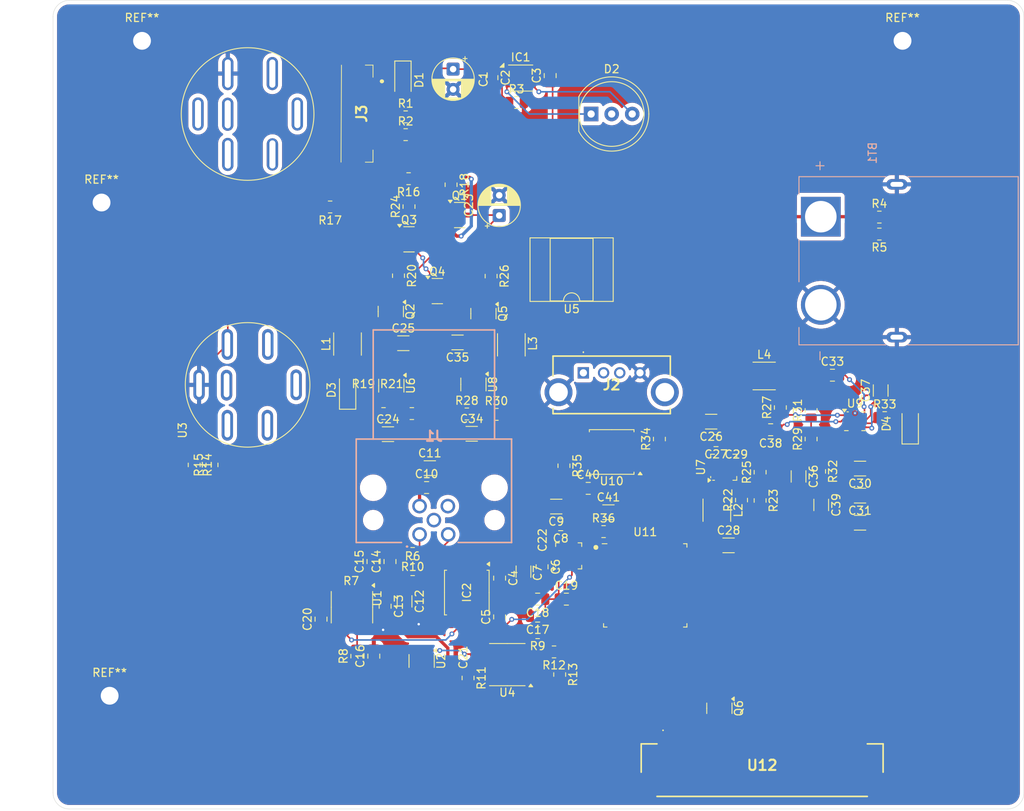
<source format=kicad_pcb>
(kicad_pcb (version 20241229) (generator "pcbnew") (generator_version "9.0")
  (layers (0 "F.Cu" signal) (2 "B.Cu" signal) (13 "F.Paste" user) (15 "B.Paste" user) (5 "F.SilkS" user "F.Silkscreen") (7 "B.SilkS" user "B.Silkscreen") (1 "F.Mask" user) (3 "B.Mask" user) (25 "Edge.Cuts" user))
  (net 0 "")
  (net 1 "/Battery Management/VBUS")
  (net 2 "GND")
  (net 3 "Net-(IC2-NR)")
  (net 4 "Net-(IC2-OUTF)")
  (net 5 "+5V5")
  (net 6 "+3V3")
  (net 7 "+10V")
  (net 8 "Net-(U1-+)")
  (net 9 "Net-(U1--)")
  (net 10 "Net-(U2-+)")
  (net 11 "Net-(U3-AINP)")
  (net 12 "Net-(U1-Vs-)")
  (net 13 "Net-(U4-P0W)")
  (net 14 "Net-(U2--)")
  (net 15 "Net-(U3-CAPA)")
  (net 16 "Net-(U3-CAPD)")
  (net 17 "Net-(Q1-D)")
  (net 18 "Net-(Q2-D)")
  (net 19 "Net-(U7-SS{slash}TR)")
  (net 20 "Net-(U9-GND)")
  (net 21 "Net-(U9-BOOT)")
  (net 22 "Net-(D4-A)")
  (net 23 "Net-(Q5-D)")
  (net 24 "Net-(U9-COMP)")
  (net 25 "Net-(U9-VCC)")
  (net 26 "Net-(C39-Pad1)")
  (net 27 "Net-(D2-K1)")
  (net 28 "Net-(D2-K2)")
  (net 29 "Net-(D3-A)")
  (net 30 "Net-(IC1-PROG)")
  (net 33 "/Measurement Chain/S+")
  (net 34 "/Processing, Memory and Display/ID")
  (net 35 "/Measurement Chain/S-")
  (net 36 "/Processing, Memory and Display/D+")
  (net 37 "/Processing, Memory and Display/D-")
  (net 38 "/Battery Management/CC1")
  (net 39 "/Battery Management/CC2")
  (net 40 "Net-(L2-Pad1)")
  (net 41 "Net-(U8-SW)")
  (net 42 "Net-(Q1-G)")
  (net 43 "Net-(Q2-G)")
  (net 44 "/Power Managment/SEL_5V{slash}10V")
  (net 45 "Net-(Q4-D)")
  (net 46 "Net-(Q6-G)")
  (net 47 "Net-(Q6-D)")
  (net 48 "/Battery Management/BAT_Monitor")
  (net 49 "V_BAT")
  (net 50 "Net-(R7-Pad1)")
  (net 51 "Net-(R7-Pad2)")
  (net 52 "Net-(R8-Pad2)")
  (net 53 "/Measurement Chain/POT_SDA")
  (net 54 "/Measurement Chain/POT_SCL")
  (net 55 "/Power Managment/ON{slash}OFF")
  (net 56 "/Power Managment/PWR_Button")
  (net 57 "Net-(U6-FB)")
  (net 58 "Net-(U7-PG)")
  (net 59 "Net-(U7-FB)")
  (net 60 "Net-(U9-FSW)")
  (net 61 "Net-(U8-FB)")
  (net 62 "Net-(U9-FB)")
  (net 63 "Net-(U9-ILIM)")
  (net 64 "Net-(U10-~{WP}{slash}IO_{2})")
  (net 65 "Net-(U10-~{HOLD}{slash}~{RESET}{slash}IO_{3})")
  (net 66 "Net-(U11-CHIP_PU)")
  (net 67 "/Processing, Memory and Display/STOP")
  (net 68 "/Measurement Chain/ADC_~{RESET}")
  (net 69 "/Measurement Chain/ADC_SCLK")
  (net 70 "/Measurement Chain/ADC_SDO")
  (net 72 "/Measurement Chain/ADC_START")
  (net 73 "/Measurement Chain/ADC_~{CS}")
  (net 74 "/Measurement Chain/ADC_~{DRDY}")
  (net 76 "/Measurement Chain/ADC_SDI")
  (net 77 "DGND")
  (net 81 "/Power Managment/PWR_Latch")
  (net 83 "Net-(U10-CLK)")
  (net 84 "Net-(U10-~{CS})")
  (net 85 "Net-(U10-DI{slash}IO_{0})")
  (net 86 "Net-(U10-DO{slash}IO_{1})")
  (net 87 "Net-(U11-GPIO22{slash}ADC)")
  (net 90 "Net-(U11-GPIO28)")
  (net 97 "Net-(U11-GPIO30)")
  (net 99 "Net-(U11-GPIO17{slash}ADC)")
  (net 100 "Net-(U11-GPIO14{slash}ADC)")
  (net 101 "Net-(U11-GPIO12{slash}ADC)")
  (net 106 "Net-(U11-GPIO13{slash}ADC)")
  (net 116 "Net-(U11-GPIO25{slash}ADC{slash}USB)")
  (net 120 "Net-(U11-GPIO32)")
  (net 126 "Net-(U11-GPIO15{slash}ADC)")
  (net 132 "Net-(U11-GPIO10{slash}ADC)")
  (net 133 "Net-(U11-GPIO16{slash}ADC)")
  (net 136 "Net-(U11-GPIO24{slash}ADC{slash}USB)")
  (net 138 "Net-(U11-GPIO26{slash}ADC{slash}USB)")
  (net 141 "Net-(U11-GPIO23{slash}ADC)")
  (net 145 "Net-(U11-GPIO29)")
  (net 146 "Net-(U11-GPIO31)")
  (net 148 "Net-(U11-GPIO11{slash}ADC)")
  (footprint "Capacitor_SMD:C_0805_2012Metric" (layer "F.Cu") (at 104.55 94.4 90)
    (property "Reference" "C15")
    (property "Value" "0.1uF")
  )
  (footprint "gp-components:Kool_PushButton" (layer "F.Cu") (at 89.05 39.05)
    (property "Reference" "SW1" (hide yes))
    (property "Value" "Emergency Stop" (hide yes))
  )
  (footprint "Package_SO:SOIC-8_5.3x5.3mm_P1.27mm" (layer "F.Cu") (at 134.05 80.85 180)
    (property "Reference" "U10")
    (property "Value" "W25Q128JVS")
  )
  (footprint "Resistor_SMD:R_0805_2012Metric" (layer "F.Cu") (at 102.55 106.1 90)
    (property "Reference" "R8")
    (property "Value" "4.7kΩ")
  )
  (footprint "Inductor_SMD:L_1812_4532Metric" (layer "F.Cu") (at 121.65 67.6 -90)
    (property "Reference" "L3")
    (property "Value" "4.7uH")
  )
  (footprint "MountingHole:MountingHole_2.2mm_M2_DIN965" (layer "F.Cu") (at 76 30)
    (property "Reference" "REF**")
    (property "Value" "MountingHole_2.2mm_M2_DIN965")
  )
  (footprint "Resistor_SMD:R_0805_2012Metric" (layer "F.Cu") (at 84.65 82.45 90)
    (property "Reference" "R15")
    (property "Value" "10kΩ")
  )
  (footprint "Capacitor_SMD:C_1206_3216Metric" (layer "F.Cu") (at 148.5 92.4)
    (property "Reference" "C28")
    (property "Value" "10uF")
  )
  (footprint "Resistor_SMD:R_0805_2012Metric" (layer "F.Cu") (at 107.7 59.05 -90)
    (property "Reference" "R20")
    (property "Value" "10kΩ")
  )
  (footprint "Resistor_SMD:R_0805_2012Metric" (layer "F.Cu") (at 158.7 75.7 90)
    (property "Reference" "R31")
    (property "Value" "10 kΩ")
  )
  (footprint "MountingHole:MountingHole_2.2mm_M2_DIN965" (layer "F.Cu") (at 71 50)
    (property "Reference" "REF**")
    (property "Value" "MountingHole_2.2mm_M2_DIN965")
  )
  (footprint "Capacitor_SMD:C_0805_2012Metric" (layer "F.Cu") (at 120.2 96.45 -90)
    (property "Reference" "C4")
    (property "Value" "0.1uF")
  )
  (footprint "Capacitor_SMD:C_0805_2012Metric" (layer "F.Cu") (at 104.65 106.1 90)
    (property "Reference" "C16")
    (property "Value" "4.7uF")
  )
  (footprint "Capacitor_SMD:C_1206_3216Metric" (layer "F.Cu") (at 157.15 83.875 -90)
    (property "Reference" "C36")
    (property "Value" "22uF")
  )
  (footprint "Resistor_SMD:R_0805_2012Metric" (layer "F.Cu") (at 109.45 93.4 180)
    (property "Reference" "R10")
    (property "Value" "10kΩ")
  )
  (footprint "Inductor_SMD:L_1812_4532Metric" (layer "F.Cu") (at 147.05 88.05 -90)
    (property "Reference" "L2")
    (property "Value" "2.2uH")
  )
  (footprint "Capacitor_SMD:C_1206_3216Metric" (layer "F.Cu") (at 108.45 99.325 -90)
    (property "Reference" "C12")
    (property "Value" "10uF")
  )
  (footprint "Resistor_SMD:R_0805_2012Metric" (layer "F.Cu") (at 128.15 82.55 -90)
    (property "Reference" "R35")
    (property "Value" "10kΩ")
  )
  (footprint "Capacitor_SMD:C_0805_2012Metric" (layer "F.Cu") (at 98.125 101.525 90)
    (property "Reference" "C20")
    (property "Value" "0.1uF")
  )
  (footprint "Capacitor_SMD:C_0805_2012Metric" (layer "F.Cu") (at 124.9 99.05 180)
    (property "Reference" "C18")
    (property "Value" "0.47uF")
  )
  (footprint "LIB_USB1040-GF-L-B:USB1040GFLB" (layer "F.Cu") (at 130.55 71.06)
    (property "Reference" "J2")
    (property "Value" "USB_A" (hide yes))
  )
  (footprint "Capacitor_SMD:C_0805_2012Metric" (layer "F.Cu") (at 153.7 78.1 180)
    (property "Reference" "C38")
    (property "Value" "2.2uF")
  )
  (footprint "Resistor_SMD:R_0805_2012Metric" (layer "F.Cu") (at 167.1375 51.8)
    (property "Reference" "R4")
    (property "Value" "100kΩ")
  )
  (footprint "Diode_SMD:D_SMF" (layer "F.Cu") (at 108.25 34.8551 -90)
    (property "Reference" "D1")
    (property "Value" "SMF5V0A")
  )
  (footprint "Capacitor_SMD:C_1206_3216Metric" (layer "F.Cu") (at 159.95 87.4 -90)
    (property "Reference" "C39")
    (property "Value" "22uF")
  )
  (footprint "Capacitor_SMD:C_1206_3216Metric" (layer "F.Cu") (at 133.65 88.3)
    (property "Reference" "C41")
    (property "Value" "10uF")
  )
  (footprint "Resistor_SMD:R_0805_2012Metric" (layer "F.Cu") (at 105.85 76.1)
    (property "Reference" "R19")
    (property "Value" "71.4 kΩ")
  )
  (footprint "Resistor_SMD:R_0805_2012Metric" (layer "F.Cu") (at 99.25 50.55 180)
    (property "Reference" "R17")
    (property "Value" "100kΩ")
  )
  (footprint "Capacitor_SMD:C_1206_3216Metric" (layer "F.Cu") (at 146.35 77.1 180)
    (property "Reference" "C26")
    (property "Value" "10uF")
  )
  (footprint "Resistor_SMD:R_0805_2012Metric" (layer "F.Cu") (at 119.15 59.1 -90)
    (property "Reference" "R26")
    (property "Value" "10kΩ")
  )
  (footprint "Inductor_SMD:L_1812_4532Metric_Pad1.30x3.40mm_HandSolder" (layer "F.Cu") (at 101.4 67.5 90)
    (property "Reference" "L1")
    (property "Value" "4.7 uH")
  )
  (footprint "Resistor_SMD:R_0805_2012Metric" (layer "F.Cu") (at 139.95 79.25 90)
    (property "Reference" "R34")
    (property "Value" "10kΩ")
  )
  (footprint "Capacitor_SMD:C_0805_2012Metric" (layer "F.Cu") (at 128.45 99.05)
    (property "Reference" "C19")
    (property "Value" "0.1uF")
  )
  (footprint "Capacitor_THT:CP_Radial_D5.0mm_P2.50mm" (layer "F.Cu") (at 120.15 51.6 90)
    (property "Reference" "C23")
    (property "Value" "100uF")
  )
  (footprint "LED_THT:LED_D8.0mm-3" (layer "F.Cu") (at 131.51 39.05)
    (property "Reference" "D2")
    (property "Value" "Bi-color LED")
  )
  (footprint "Resistor_SMD:R_0805_2012Metric" (layer "F.Cu") (at 116.3 108.8 -90)
    (property "Reference" "R11")
    (property "Value" "4.99kΩ")
  )
  (footprint "Capacitor_SMD:C_1206_3216Metric" (layer "F.Cu") (at 127.2 87.6 180)
    (property "Reference" "C9")
    (property "Value" "10uF")
  )
  (footprint "Package_TO_SOT_SMD:SOT-23" (layer "F.Cu") (at 112.5 60.95)
    (property "Reference" "Q4")
    (property "Value" "AO3400A")
  )
  (footprint "Package_DFN_QFN:DFN-10-1EP_3x3mm_P0.5mm_EP1.55x2.48mm" (layer "F.Cu") (at 122.8 34.6051)
    (property "Reference" "IC1")
    (property "Value" "MCP73223")
  )
  (footprint "gp-components:ESP32-P4" (layer "F.Cu") (at 138.2 97.35)
    (property "Reference" "U11")
    (property "Value" "ESP32-P4")
  )
  (footprint "Inductor_SMD:L_1812_4532Metric" (layer "F.Cu") (at 152.9 71.45)
    (property "Reference" "L4")
    (property "Value" "4.7 uH")
  )
  (footprint "Capacitor_SMD:C_0805_2012Metric" (layer "F.Cu") (at 146.95 79.45 180)
    (property "Reference" "C27")
    (property "Value" "0.1uF")
  )
  (footprint "Resistor_SMD:R_0805_2012Metric" (layer "F.Cu") (at 133.05 90.7)
    (property "Reference" "R36")
    (property "Value" "20kΩ")
  )
  (footprint "gp-components:Kool_PushButton" (layer "F.Cu") (at 89.05 72.55)
    (property "Reference" "SW2" (hide yes))
    (property "Value" "ON/OFF" (hide yes))
  )
  (footprint "Resistor_SMD:R_0805_2012Metric" (layer "F.Cu") (at 167.8 76.6)
    (property "Reference" "R33")
    (property "Value" "127kΩ")
  )
  (footprint "Diode_SMD:D_SMF" (layer "F.Cu") (at 101.4125 73.2 90)
    (property "Reference" "D3")
    (property "Value" "D_Schottky")
  )
  (footprint "Capacitor_SMD:C_1206_3216Metric" (layer "F.Cu") (at 167.3 73.25 90)
    (property "Reference" "C37")
    (property "Value" "10uF")
  )
  (footprint "Capacitor_SMD:C_1206_3216Metric" (layer "F.Cu") (at 164.75 89.6 180)
    (property "Reference" "C32" (hide yes))
    (property "Value" "22uF")
  )
  (footprint "Resistor_SMD:R_0805_2012Metric" (layer "F.Cu") (at 150.1 86.8 90)
    (property "Reference" "R22")
    (property "Value" "100 kΩ")
  )
  (footprint "Capacitor_SMD:C_1206_3216Metric" (layer "F.Cu") (at 164.75 86.25 180)
    (property "Reference" "C31")
    (property "Value" "22uF")
  )
  (footprint "Capacitor_SMD:C_0805_2012Metric" (layer "F.Cu") (at 125.45 95.05 -90)
    (property "Reference" "C6")
    (property "Value" "0.1uF")
  )
  (footprint "Resistor_SMD:R_0805_2012Metric" (layer "F.Cu") (at 122.2875 37.6251)
    (property "Reference" "R3")
    (property "Value" "500kΩ")
  )
  (footprint "Resistor_SMD:R_0805_2012Metric" (layer "F.Cu") (at 109 50.5 90)
    (property "Reference" "R24")
    (property "Value" "10kΩ")
  )
  (footprint "Resistor_SMD:R_0805_2012Metric" (layer "F.Cu") (at 127.625 108.375 -90)
    (property "Reference" "R13")
    (property "Value" "10kΩ")
  )
  (footprint "Capacitor_SMD:C_0805_2012Metric" (layer "F.Cu") (at 111.175 85.25)
    (property "Reference" "C10")
    (property "Value" "0.1uF")
  )
  (footprint "Resistor_SMD:R_0805_2012Metric" (layer "F.Cu") (at 119.8 76.2)
    (property "Reference" "R30")
    (property "Value" "10 kΩ")
  )
  (footprint "Package_SO:SOIC-8_3.9x4.9mm_P1.27mm" (layer "F.Cu") (at 101.95 100.05 -90)
    (property "Reference" "U1")
    (property "Value" "AD8421")
  )
  (footprint "Package_TO_SOT_SMD:SOT-23-6" (layer "F.Cu") (at 116.9625 72.5 -90)
    (property "Reference" "U8")
    (property "Value" "TPS61099")
  )
  (footprint "Package_DFN_QFN:VQFN-16-1EP_3x3mm_P0.5mm_EP1.68x1.68mm" (layer "F.Cu") (at 147.9 82.7375 90)
    (property "Reference" "U7")
    (property "Value" "TPS62130")
  )
  (footprint "Capacitor_SMD:C_0805_2012Metric" (layer "F.Cu") (at 120.2 101.25 90)
    (property "Reference" "C5")
    (property "Value" "0.1uF")
  )
  (footprint "Resistor_SMD:R_0805_2012Metric" (layer "F.Cu") (at 152.4 83.35 90)
    (property "Reference" "R25")
    (property "Value" "10kΩ")
  )
  (footprint "Package_TO_SOT_SMD:SOT-23" (layer "F.Cu") (at 106.75 63.475 -90)
    (property "Reference" "Q2")
    (property "Value" "AO3401A")
  )
  (footprint "Resistor_SMD:R_0805_2012Metric" (layer "F.Cu") (at 116.15 76.15)
    (property "Reference" "R28")
    (property "Value" "40 kΩ")
  )
  (footprint "FH28-50S-0.5SH_05:FH2850S05SH05" (layer "F.Cu") (at 152.65 119.925)
    (property "Reference" "U12")
    (property "Value" "TouchScreen/SPI Touch Controller" (hide yes))
  )
  (footprint "Package_SO:TSSOP-14_4.4x5mm_P0.65mm" (layer "F.Cu") (at 121.15 107.15 180)
    (property "Reference" "U4")
    (property "Value" "MCP41U83")
  )
  (footprint "Package_TO_SOT_SMD:SOT-23" (layer "F.Cu") (at 115.2625 51.55)
    (property "Reference" "Q1")
    (property "Value" "AO3401A")
  )
  (footprint "Capacitor_SMD:C_0805_2012Metric" (layer "F.Cu") (at 127.75 89.85 180)
    (property "Reference" "C8")
    (property "Value" "0.1uF")
  )
  (footprint "Resistor_SMD:R_0805_2012Metric" (layer "F.Cu") (at 109.35 76.1)
    (property "Reference" "R21")
    (property "Value" "10 kΩ")
  )
  (footprint "Capacitor_SMD:C_0805_2012Metric" (layer "F.Cu") (at 126.45 34.3 90)
    (property "Reference" "C3")
    (property "Value" "1uF")
  )
  (footprint "Capacitor_SMD:C_0201_0603Metric" (layer "F.Cu") (at 116.75 106.25 90)
    (property "Reference" "C21")
    (property "Value" "10pF")
  )
  (footprint "Resistor_SMD:R_0805_2012Metric" (layer "F.Cu") (at 108.5875 39.4051)
    (property "Reference" "R1")
    (property "Value" "5.1kΩ")
  )
  (footprint "Resistor_SMD:R_0805_2012Metric" (layer "F.Cu") (at 152.4 86.85 -90)
    (property "Reference" "R23")
    (property "Value" "31.25kΩ")
  )
  (footprint "Capacitor_SMD:C_0805_2012Metric" (layer "F.Cu") (at 131.15 85.35)
    (property "Reference" "C40")
    (property "Value" "0.1F")
  )
  (footprint "Resistor_SMD:R_0201_0603Metric" (layer "F.Cu") (at 101.85 95.75 180)
    (property "Reference" "R7")
    (property "Value" "100 Ω")
  )
  (footprint "Resistor_SMD:R_0805_2012Metric" (layer "F.Cu") (at 158.7 79.25 90)
    (property "Reference" "R29")
    (property "Value" "4.87 kΩ")
  )
  (footprint "Capacitor_SMD:C_0805_2012Metric" (layer "F.Cu") (at 106.65 94.4 90)
    (property "Reference" "C14")
    (property "Value" "3.3uF")
  )
  (footprint "Package_TO_SOT_SMD:SOT-23" (layer "F.Cu") (at 109 54.55)
    (property "Reference" "Q3")
    (property "Value" "AO3400A")
  )
  (footprint "Capacitor_SMD:C_0805_2012Metric" (layer "F.Cu") (at 124.9 101.15 180)
    (property "Reference" "C17")
    (property "Value" "0.33uF")
  )
  (footprint "Package_DFN_QFN:Texas_VQFN-RNR0011A-11" (layer "F.Cu") (at 164.125 77.05)
    (property "Reference" "U9")
    (property "Value" "TPS61089")
  )
  (footprint "Resistor_SMD:R_0805_2012Metric" (layer "F.Cu") (at 154.9 75.35 90)
    (property "Reference" "R27")
    (property "Value" "301kΩ")
  )
  (footprint "Molex_505567-0781:5055670781" (layer "F.Cu") (at 102.6 39.0051 90)
    (property "Reference" "J3")
    (property "Value" "USB_C Charging port" (hide yes))
  )
  (footprint "Resistor_SMD:R_0805_2012Metric" (layer "F.Cu") (at 124.9 103.2 180)
    (property "Reference" "R9")
    (property "Value" "10kΩ")
  )
  (footprint "Diode_SMD:D_SMF" (layer "F.Cu") (at 170.95 77.5 90)
    (property "Reference" "D4")
    (property "Value" "D_Schottky")
  )
  (footprint "Capacitor_SMD:C_0201_0603Metric" (layer "F.Cu") (at 126.55 91.75 90)
    (property "Reference" "C22")
    (property "Value" "10nF")
  )
  (footprint "Capacitor_SMD:C_1206_3216Metric" (layer "F.Cu") (at 123.15 95.65 -90)
    (property "Reference" "C7")
    (property "Value" "10uF")
  )
  (footprint "Resistor_SMD:R_0805_2012Metric" (layer "F.Cu") (at 82.45 82.45 -90)
    (property "Reference" "R14")
    (property "Value" "1.2kΩ")
  )
  (footprint "Capacitor_THT:CP_Radial_D5.0mm_P2.50mm" (layer "F.Cu") (at 114.45 33.5 -90)
    (property "Reference" "C1")
    (property "Value" "100uF")
  )
  (footprint "Package_TO_SOT_SMD:SOT-23" (layer "F.Cu") (at 147.3625 112.55 -90)
    (property "Reference" "Q6")
    (property "Value" "AO3400A")
  )
  (footprint "Capacitor_SMD:C_0201_0603Metric" (layer "F.Cu") (at 149.45 80.1 180)
    (property "Reference" "C29")
    (property "Value" "3.3nF")
  )
  (footprint "Capacitor_SMD:C_1206_3216Metric" (layer "F.Cu") (at 164.75 82.9 180)
    (property "Reference" "C30")
    (property "Value" "22uF")
  )
  (footprint "Resistor_SMD:R_0805_2012Metric" (layer "F.Cu") (at 114.2 47.8 -90)
    (property "Reference" "R18")
    (property "Value" "1MΩ")
  )
  (footprint "Package_TO_SOT_SMD:SOT-23" (layer "F.Cu") (at 118.2 63.7375 -90)
    (property "Reference" "Q5")
    (property "Value" "AO3401A")
  )
  (footprint "MountingHole:MountingHole_2.2mm_M2_DIN965" (layer "F.Cu") (at 170 30)
    (property "Reference" "REF**")
    (property "Value" "MountingHole_2.2mm_M2_DIN965")
  )
  (footprint "Capacitor_SMD:C_1206_3216Metric" (layer "F.Cu") (at 108.3 67.4)
    (property "Reference" "C25")
    (property "Value" "10uF")
  )
  (footprint "Package_DIP:DIP-5-6_W7.62mm_SMDSocket_SmallPads" (layer "F.Cu") (at 129.1 58.3 180)
    (property "Reference" "U5")
    (property "Value" "MOC 8102 Optocoupler")
  )
  (footprint "Capacitor_SMD:C_1206_3216Metric" (layer "F.Cu") (at 115 67.3 180)
    (property "Reference" "C35")
    (property "Value" "10uF")
  )
  (footprint "Resistor_SMD:R_0805_2012Metric" (layer "F.Cu") (at 167.1375 53.9 180)
    (property "Reference" "R5")
    (property "Value" "200kΩ")
  )
  (footprint "Resistor_SMD:R_0805_2012Metric" (layer "F.Cu") (at 126.925 105.575 180)
    (property "Reference" "R12")
    (property "Value" "10kΩ")
  )
  (footprint "Capacitor_SMD:C_0805_2012Metric" (layer "F.Cu") (at 119.25 34.5551 -90)
    (property "Reference" "C2")
    (property "Value" "0.1uF")
  )
  (footprint "Capacitor_SMD:C_1206_3216Metric" (layer "F.Cu") (at 116.75 78.6)
    (property "Reference" "C34")
    (property "Value" "10uF")
  )
  (footprint "Resistor_SMD:R_0805_2012Metric" (layer "F.Cu") (at 159.75 83.25 -90)
    (property "Reference" "R32")
    (property "Value" "17.4kΩ")
  )
  (footprint "Capacitor_SMD:C_1206_3216Metric" (layer "F.Cu") (at 106.4 78.65)
    (property "Reference" "C24")
    (property "Value" "10uF")
  )
  (footprint "Resistor_SMD:R_0805_2012Metric" (layer "F.Cu") (at 108.5875 41.6051)
    (property "Reference" "R2")
    (property "Value" "5.1kΩ")
  )
  (footprint "Package_TO_SOT_SMD:SOT-23-6" (layer "F.Cu") (at 106.8125 72.65 -90)
    (property "Reference" "U6")
    (property "Value" "TPS61170")
  )
  (footprint "Capacitor_SMD:C_0805_2012Metric" (layer "F.Cu") (at 161.3375 71.35)
    (property "Reference" "C33")
    (property "Value" "0.1uF")
  )
  (footprint "Package_SO:SOIC-8_5.3x5.3mm_P1.27mm" (layer "F.Cu") (at 116.145 98.2375 -90)
    (property "Reference" "IC2")
    (property "Value" "MAX6126")
  )
  (footprint "Capacitor_SMD:C_0805_2012Metric" (layer "F.Cu") (at 106.05 99.925 -90)
    (property "Reference" "C13")
    (property "Value" "0.1uF")
  )
  (footprint "MountingHole:MountingHole_2.2mm_M2_DIN965" (layer "F.Cu") (at 72 111)
    (property "Reference" "REF**")
    (property "Value" "MountingHole_2.2mm_M2_DIN965")
  )
  (footprint "Package_DFN_QFN:WQFN-20-1EP_3x3mm_P0.4mm_EP1.7x1.7mm" (layer "F.Cu") (at 128.7375 93.7 90)
    (property "Reference" "U3")
    (property "Value" "ADS127L21")
  )
  (footprint "Resistor_SMD:R_0805_2012Metric" (layer "F.Cu") (at 108.95 47.05 180)
    (property "Reference" "R16")
    (property "Value" "1kΩ")
  )
  (footprint "Resistor_SMD:R_0805_2012Metric" (layer "F.Cu") (at 109.45 95.4)
    (property "Reference" "R6")
    (property "Value" "10kΩ")
  )
  (footprint "Package_TO_SOT_SMD:TSOT-23-5" (layer "F.Cu") (at 110.5625 106.7 -90)
    (property "Reference" "U2")
    (property "Value" "OPA188")
  )
  (footprint "Capacitor_SMD:C_1206_3216Metric" (layer "F.Cu") (at 111.575 82.85)
    (property "Reference" "C11")
    (property "Value" "10uF")
  )
  (footprint "XT90PW-M:AMASS_XT90PW-M" (layer "B.Cu") (at 169.3 57.2 -90)
    (property "Reference" "BT1")
    (property "Value" "Battery Terminal")
  )
  (footprint "LIB_1436563:1436563" (layer "B.Cu") (at 110.305 91.045)
    (property "Reference" "J1")
    (property "Value" "M12 5-pin" (hide yes))
  )
  (gr_arc (start 185 123) (mid 184.414214 124.414214) (end 183 125) (stroke (width 0.05)) (layer "Edge.Cuts"))
  (gr_line (start 183 125) (end 67 125) (stroke (width 0.05)) (layer "Edge.Cuts"))
  (gr_arc (start 67 125) (mid 65.585786 124.414214) (end 65 123) (stroke (width 0.05)) (layer "Edge.Cuts"))
  (gr_line (start 67 25) (end 183 25) (stroke (width 0.05)) (layer "Edge.Cuts"))
  (gr_arc (start 65 27) (mid 65.585786 25.585786) (end 67 25) (stroke (width 0.05)) (layer "Edge.Cuts"))
  (gr_line (start 65 123) (end 65 27) (stroke (width 0.05)) (layer "Edge.Cuts"))
  (gr_arc (start 183 25) (mid 184.414214 25.585786) (end 185 27) (stroke (width 0.05)) (layer "Edge.Cuts"))
  (gr_line (start 185 27) (end 185 123) (stroke (width 0.05)) (layer "Edge.Cuts"))
  (segment (start 104.3 35.2551) (end 106.4 35.2551) (width 0.2) (layer "F.Cu") (net 1))
  (segment (start 106.4 35.2551) (end 108.25 33.4051) (width 0.2) (layer "F.Cu") (net 1))
  (segment (start 114.355 33.4051) (end 114.45 33.5) (width 0.2) (layer "F.Cu") (net 1))
  (segment (start 114.45 33.5) (end 119.145 33.5) (width 0.2) (layer "F.Cu") (net 1))
  (segment (start 119.25 33.6051) (end 121.25 33.6051) (width 0.2) (layer "F.Cu") (net 1))
  (segment (start 108.25 33.4051) (end 114.355 33.4051) (width 0.2) (layer "F.Cu") (net 1))
  (segment (start 121.25 34.1051) (end 121.25 33.6051) (width 0.2) (layer "F.Cu") (net 1))
  (segment (start 119.145 33.5) (end 119.25 33.6051) (width 0.2) (layer "F.Cu") (net 1))
  (segment (start 119.25 35.5051) (end 120.15 34.6051) (width 0.2) (layer "F.Cu") (net 2))
  (segment (start 120.15 34.6051) (end 121.25 34.6051) (width 0.2) (layer "F.Cu") (net 2))
  (via (at 110.2 102.15) (size 0.6) (drill 0.3) (layers "F.Cu" "B.Cu") (net 2))
  (via (at 105.8 102.85) (size 0.6) (drill 0.3) (layers "F.Cu" "B.Cu") (net 2))
  (segment (start 118.05 94.65) (end 119.35 94.65) (width 0.2) (layer "F.Cu") (net 3))
  (segment (start 119.35 94.65) (end 120.2 95.5) (width 0.2) (layer "F.Cu") (net 3))
  (segment (start 116.78 101.825) (end 116.78 102.637499) (width 0.2) (layer "F.Cu") (net 4))
  (segment (start 115.51 102.14) (end 115.51 101.825) (width 0.2) (layer "F.Cu") (net 4))
  (segment (start 129.1375 96.0625) (end 129.1375 95.1625) (width 0.2) (layer "F.Cu") (net 4))
  (segment (start 120.2 102.2) (end 121.05 102.2) (width 0.2) (layer "F.Cu") (net 4))
  (segment (start 101.315 102.525) (end 101.315 103.515) (width 0.2) (layer "F.Cu") (net 4))
  (segment (start 115.51 101.825) (end 116.78 101.825) (width 0.2) (layer "F.Cu") (net 4))
  (segment (start 116.78 102.637499) (end 117.692501 103.55) (width 0.2) (layer "F.Cu") (net 4))
  (segment (start 101.315 103.515) (end 101.9 104.1) (width 0.2) (layer "F.Cu") (net 4))
  (segment (start 118.85 103.55) (end 120.2 102.2) (width 0.2) (layer "F.Cu") (net 4))
  (segment (start 128.85 96.35) (end 129.1375 96.0625) (width 0.2) (layer "F.Cu") (net 4))
  (segment (start 114.3 103.35) (end 115.51 102.14) (width 0.2) (layer "F.Cu") (net 4))
  (segment (start 117.692501 103.55) (end 118.85 103.55) (width 0.2) (layer "F.Cu") (net 4))
  (segment (start 121.05 102.2) (end 121.7 101.55) (width 0.2) (layer "F.Cu") (net 4))
  (via (at 114.3 103.35) (size 0.6) (drill 0.3) (layers "F.Cu" "B.Cu") (net 4))
  (via (at 101.9 104.1) (size 0.6) (drill 0.3) (layers "F.Cu" "B.Cu") (net 4))
  (via (at 121.7 101.55) (size 0.6) (drill 0.3) (layers "F.Cu" "B.Cu") (net 4))
  (via (at 128.85 96.35) (size 0.6) (drill 0.3) (layers "F.Cu" "B.Cu") (net 4))
  (segment (start 113.55 104.1) (end 114.3 103.35) (width 0.2) (layer "B.Cu") (net 4))
  (segment (start 101.9 104.1) (end 113.55 104.1) (width 0.2) (layer "B.Cu") (net 4))
  (segment (start 121.7 101.55) (end 123.65 101.55) (width 0.2) (layer "B.Cu") (net 4))
  (segment (start 123.65 101.55) (end 128.85 96.35) (width 0.2) (layer "B.Cu") (net 4))
  (segment (start 113.5 112.1) (end 111.5125 110.1125) (width 0.4) (layer "F.Cu") (net 5))
  (segment (start 125.45 94.1) (end 123.225 94.1) (width 0.4) (layer "F.Cu") (net 5))
  (segment (start 164.475 77.75) (end 164.475 78.0154) (width 0.4) (layer "F.Cu") (net 5))
  (segment (start 113.8 111.8) (end 113.5 112.1) (width 0.4) (layer "F.Cu") (net 5))
  (segment (start 126.875 94.1) (end 127.275 94.5) (width 0.4) (layer "F.Cu") (net 5))
  (segment (start 116.042499 93.1) (end 113.85 93.1) (width 0.4) (layer "F.Cu") (net 5))
  (segment (start 146.825 109) (end 135 109) (width 0.4) (layer "F.Cu") (net 5))
  (segment (start 108.45 98.475) (end 106.05 100.875) (width 0.4) (layer "F.Cu") (net 5))
  (segment (start 106.05 100.875) (end 108.875 103.7) (width 0.4) (layer "F.Cu") (net 5))
  (segment (start 125.45 94.1) (end 126.875 94.1) (width 0.4) (layer "F.Cu") (net 5))
  (segment (start 165.4096 78.95) (end 170.95 78.95) (width 0.4) (layer "F.Cu") (net 5))
  (segment (start 111.8 103.1) (end 112.675 103.975) (width 0.4) (layer "F.Cu") (net 5))
  (segment (start 166.225 89.6) (end 166.225 86.25) (width 0.4) (layer "F.Cu") (net 5))
  (segment (start 116.78 94.65) (end 116.78 93.837501) (width 0.4) (layer "F.Cu") (net 5))
  (segment (start 111.8 95.15) (end 111.8 103.1) (width 0.4) (layer "F.Cu") (net 5))
  (segment (start 135 109) (end 129.95 114.05) (width 0.4) (layer "F.Cu") (net 5))
  (segment (start 122.075 93.1) (end 123.15 94.175) (width 0.4) (layer "F.Cu") (net 5))
  (segment (start 113.85 93.1) (end 111.8 95.15) (width 0.4) (layer "F.Cu") (net 5))
  (segment (start 166.225 79.7654) (end 165.0048 78.5452) (width 0.4) (layer "F.Cu") (net 5))
  (segment (start 112.675 103.975) (end 113.8 105.1) (width 0.4) (layer "F.Cu") (net 5))
  (segment (start 113.8 105.1) (end 113.8 111.8) (width 0.4) (layer "F.Cu") (net 5))
  (segment (start 115.45 114.05) (end 113.5 112.1) (width 0.4) (layer "F.Cu") (net 5))
  (segment (start 123.225 94.1) (end 123.15 94.175) (width 0.4) (layer "F.Cu") (net 5))
  (segment (start 164.475 78.0154) (end 165.0048 78.5452) (width 0.4) (layer "F.Cu") (net 5))
  (segment (start 112.4 103.7) (end 112.675 103.975) (width 0.4) (layer "F.Cu") (net 5))
  (segment (start 129.95 114.05) (end 115.45 114.05) (width 0.4) (layer "F.Cu") (net 5))
  (segment (start 165.0048 78.5452) (end 165.4096 78.95) (width 0.4) (layer "F.Cu") (net 5))
  (segment (start 166.225 82.9) (end 166.225 79.7654) (width 0.4) (layer "F.Cu") (net 5))
  (segment (start 116.042499 93.1) (end 122.075 93.1) (width 0.4) (layer "F.Cu") (net 5))
  (segment (start 106.05 100.875) (end 105.505 100.875) (width 0.4) (layer "F.Cu") (net 5))
  (segment (start 166.225 82.9) (end 166.225 86.25) (width 0.4) (layer "F.Cu") (net 5))
  (segment (start 108.45 97.85) (end 108.45 98.475) (width 0.4) (layer "F.Cu") (net 5))
  (segment (start 108.875 103.7) (end 112.4 103.7) (width 0.4) (layer "F.Cu") (net 5))
  (segment (start 116.78 93.837501) (end 116.042499 93.1) (width 0.4) (layer "F.Cu") (net 5))
  (segment (start 166.225 89.6) (end 146.825 109) (width 0.4) (layer "F.Cu") (net 5))
  (segment (start 105.505 100.875) (end 103.855 102.525) (width 0.4) (layer "F.Cu") (net 5))
  (segment (start 111.5125 110.1125) (end 111.5125 107.8375) (width 0.4) (layer "F.Cu") (net 5))
  (segment (start 128.675 87.6) (end 128.675 89.825) (width 0.4) (layer "F.Cu") (net 6))
  (segment (start 124.0125 105.85) (end 125.7375 105.85) (width 0.4) (layer "F.Cu") (net 6))
  (segment (start 146.738 90.1875) (end 147.05 90.1875) (width 0.4) (layer "F.Cu") (net 6))
  (segment (start 132.138 90.7) (end 132.138 88.3375) (width 0.4) (layer "F.Cu") (net 6))
  (segment (start 130.2 85.35) (end 130.038 85.35) (width 0.4) (layer "F.Cu") (net 6))
  (segment (start 141.55 85) (end 144.062 82.4875) (width 0.4) (layer "F.Cu") (net 6))
  (segment (start 132.175 87.325) (end 130.2 85.35) (width 0.4) (layer "F.Cu") (net 6))
  (segment (start 129.755 83.4625) (end 130.462 82.755) (width 0.4) (layer "F.Cu") (net 6))
  (segment (start 142.05 85.5) (end 146.738 90.1875) (width 0.4) (layer "F.Cu") (net 6))
  (segment (start 147.025 92.4) (end 147.025 90.2125) (width 0.4) (layer "F.Cu") (net 6))
  (segment (start 142.05 80.4375) (end 139.95 78.3375) (width 0.4) (layer "F.Cu") (net 6))
  (segment (start 140.475 92.475) (end 140.475 91.225) (width 0.2) (layer "F.Cu") (net 6))
  (segment (start 125.7375 105.85) (end 126.0125 105.575) (width 0.4) (layer "F.Cu") (net 6))
  (segment (start 132.175 88.3) (end 135.475 85) (width 0.4) (layer "F.Cu") (net 6))
  (segment (start 146.4375 82.4875) (end 146.438 82.4875) (width 0.4) (layer "F.Cu") (net 6))
  (segment (start 141.5125 90.1875) (end 147.05 90.1875) (width 0.2) (layer "F.Cu") (net 6))
  (segment (start 135.475 85) (end 140.55 85) (width 0.4) (layer "F.Cu") (net 6))
  (segment (start 128.15 83.4625) (end 129.755 83.4625) (width 0.4) (layer "F.Cu") (net 6))
  (segment (start 143.075 93.675) (end 143.075 94.324) (width 0.4) (layer "F.Cu") (net 6))
  (segment (start 145.925 93.5) (end 142.85 93.5) (width 0.4) (layer "F.Cu") (net 6))
  (segment (start 140.475 91.225) (end 141.5125 90.1875) (width 0.2) (layer "F.Cu") (net 6))
  (segment (start 130.2 85.35) (end 130.2 86.075) (width 0.4) (layer "F.Cu") (net 6))
  (segment (start 130.038 85.35) (end 128.15 83.4625) (width 0.4) (layer "F.Cu") (net 6))
  (segment (start 132.175 88.3) (end 132.175 87.325) (width 0.4) (layer "F.Cu") (net 6))
  (segment (start 132.138 88.3375) (end 132.175 88.3) (width 0.4) (layer "F.Cu") (net 6))
  (segment (start 128.675 89.825) (end 128.7 89.85) (width 0.4) (layer "F.Cu") (net 6))
  (segment (start 147.025 92.4) (end 145.925 93.5) (width 0.4) (layer "F.Cu") (net 6))
  (segment (start 142.05 83.5) (end 142.05 80.4375) (width 0.4) (layer "F.Cu") (net 6))
  (segment (start 142.701 92.4) (end 142.626 92.475) (width 0.4) (layer "F.Cu") (net 6))
  (segment (start 140.55 85) (end 141.55 85) (width 0.4) (layer "F.Cu") (net 6))
  (segment (start 124.0125 109.1) (end 127.4375 109.1) (width 0.4) (layer "F.Cu") (net 6))
  (segment (start 141.55 85) (end 142.05 85.5) (width 0.4) (layer "F.Cu") (net 6))
  (segment (start 140.55 85) (end 142.05 83.5) (width 0.4) (layer "F.Cu") (net 6))
  (segment (start 147.025 90.2125) (end 147.05 90.1875) (width 0.4) (layer "F.Cu") (net 6))
  (segment (start 130.2 86.075) (end 128.675 87.6) (width 0.4) (layer "F.Cu") (net 6))
  (segment (start 127.4375 109.1) (end 127.625 109.2875) (width 0.4) (layer "F.Cu") (net 6))
  (segment (start 147.025 92.4) (end 142.701 92.4) (width 0.4) (layer "F.Cu") (net 6))
  (segment (start 144.062 82.4875) (end 146.4375 82.4875) (width 0.4) (layer "F.Cu") (net 6))
  (segment (start 104.938 76.1) (end 104.9375 76.1) (width 0.4) (layer "F.Cu") (net 7))
  (segment (start 110.305 87.545) (end 110.305 85.33) (width 0.4) (layer "F.Cu") (net 7))
  (segment (start 104.925 78.65) (end 104.925 76.1125) (width 0.4) (layer "F.Cu") (net 7))
  (segment (start 110.1 82.85) (end 114.35 78.6) (width 0.4) (layer "F.Cu") (net 7))
  (segment (start 102.862 76.1) (end 101.4123 74.6502) (width 0.4) (layer "F.Cu") (net 7))
  (segment (start 115.238 76.15) (end 116.962 74.425) (width 0.4) (layer "F.Cu") (net 7))
  (segment (start 105.9 78.65) (end 104.925 78.65) (width 0.4) (layer "F.Cu") (net 7))
  (segment (start 110.1 82.85) (end 105.9 78.65) (width 0.4) (layer "F.Cu") (net 7))
  (segment (start 114.35 78.6) (end 115.275 78.6) (width 0.4) (layer "F.Cu") (net 7))
  (segment (start 110.305 85.33) (end 110.225 85.25) (width 0.4) (layer "F.Cu") (net 7))
  (segment (start 115.275 78.6) (end 115.275 76.1875) (width 0.4) (layer "F.Cu") (net 7))
  (segment (start 115.2375 76.15) (end 115.238 76.15) (width 0.4) (layer "F.Cu") (net 7))
  (segment (start 101.4123 74.6502) (end 101.412 74.65) (width 0.4) (layer "F.Cu") (net 7))
  (segment (start 104.925 76.1125) (end 104.938 76.1) (width 0.4) (layer "F.Cu") (net 7))
  (segment (start 116.962 74.0312) (end 116.9625 74.0307) (width 0.4) (layer "F.Cu") (net 7))
  (segment (start 115.275 76.1875) (end 115.238 76.15) (width 0.4) (layer "F.Cu") (net 7))
  (segment (start 110.225 82.975) (end 110.1 82.85) (width 0.4) (layer "F.Cu") (net 7))
  (segment (start 116.962 74.425) (end 116.962 74.0312) (width 0.4) (layer "F.Cu") (net 7))
  (segment (start 101.4125 74.65) (end 101.4123 74.6502) (width 0.4) (layer "F.Cu") (net 7))
  (segment (start 116.962 74.0312) (end 116.962 73.6375) (width 0.4) (layer "F.Cu") (net 7))
  (segment (start 104.9375 76.1) (end 102.862 76.1) (width 0.4) (layer "F.Cu") (net 7))
  (segment (start 110.225 85.25) (end 110.225 82.975) (width 0.4) (layer "F.Cu") (net 7))
  (segment (start 116.9625 74.0307) (end 116.9625 73.6375) (width 0.4) (layer "F.Cu") (net 7))
  (segment (start 102.6 93.45) (end 100.045 96.005) (width 0.2) (layer "F.Cu") (net 8))
  (segment (start 108.5375 93.4) (end 106.7 93.4) (width 0.2) (layer "F.Cu") (net 8))
  (segment (start 106.7 93.4) (end 106.65 93.45) (width 0.2) (layer "F.Cu") (net 8))
  (segment (start 100.045 96.005) (end 100.045 97.575) (width 0.2) (layer "F.Cu") (net 8))
  (segment (start 106.65 93.45) (end 104.55 93.45) (width 0.2) (layer "F.Cu") (net 8))
  (segment (start 104.55 93.45) (end 102.6 93.45) (width 0.2) (layer "F.Cu") (net 8))
  (segment (start 103.855 96.095) (end 103.855 97.575) (width 0.2) (layer "F.Cu") (net 9))
  (segment (start 106.65 95.35) (end 104.55 95.35) (width 0.2) (layer "F.Cu") (net 9))
  (segment (start 108.5375 95.4) (end 106.7 95.4) (width 0.2) (layer "F.Cu") (net 9))
  (segment (start 104.55 95.35) (end 104.55 95.4) (width 0.2) (layer "F.Cu") (net 9))
  (segment (start 106.7 95.4) (end 106.65 95.35) (width 0.2) (layer "F.Cu") (net 9))
  (segment (start 104.55 95.4) (end 103.855 96.095) (width 0.2) (layer "F.Cu") (net 9))
  (segment (start 102.55 107.0125) (end 104.6125 107.0125) (width 0.2) (layer "F.Cu") (net 10))
  (segment (start 108.125 107.05) (end 109.6125 105.5625) (width 0.2) (layer "F.Cu") (net 10))
  (segment (start 104.6125 107.0125) (end 104.65 107.05) (width 0.2) (layer "F.Cu") (net 10))
  (segment (start 104.65 107.05) (end 108.125 107.05) (width 0.2) (layer "F.Cu") (net 10))
  (segment (start 125.8125 101.1875) (end 125.85 101.15) (width 0.2) (layer "F.Cu") (net 11))
  (segment (start 125.85 101.15) (end 125.85 99.05) (width 0.2) (layer "F.Cu") (net 11))
  (segment (start 125.85 99.05) (end 127.5 99.05) (width 0.2) (layer "F.Cu") (net 11))
  (segment (start 127.5 95.6) (end 127.9375 95.1625) (width 0.2) (layer "F.Cu") (net 11))
  (segment (start 127.5 99.05) (end 127.5 95.6) (width 0.2) (layer "F.Cu") (net 11))
  (segment (start 125.8125 103.2) (end 125.8125 101.1875) (width 0.2) (layer "F.Cu") (net 11))
  (segment (start 99.995 102.475) (end 100.045 102.525) (width 0.2) (layer "F.Cu") (net 12))
  (segment (start 98.125 102.475) (end 99.995 102.475) (width 0.2) (layer "F.Cu") (net 12))
  (segment (start 118 104.1) (end 116.75 105.35) (width 0.2) (layer "F.Cu") (net 13))
  (segment (start 123.0875 104.1) (end 118 104.1) (width 0.2) (layer "F.Cu") (net 13))
  (segment (start 116.75 105.93) (end 118.2075 105.93) (width 0.2) (layer "F.Cu") (net 13))
  (segment (start 118.2075 105.93) (end 118.2875 105.85) (width 0.2) (layer "F.Cu") (net 13))
  (segment (start 123.9875 103.2) (end 123.0875 104.1) (width 0.2) (layer "F.Cu") (net 13))
  (segment (start 116.67 105.85) (end 116.75 105.93) (width 0.2) (layer "F.Cu") (net 13))
  (segment (start 115.85 105.85) (end 116.67 105.85) (width 0.2) (layer "F.Cu") (net 13))
  (segment (start 112.8 105.4) (end 111.675 105.4) (width 0.2) (layer "F.Cu") (net 13))
  (segment (start 116.75 105.35) (end 116.75 105.93) (width 0.2) (layer "F.Cu") (net 13))
  (segment (start 111.675 105.4) (end 111.5125 105.5625) (width 0.2) (layer "F.Cu") (net 13))
  (via (at 115.85 105.85) (size 0.6) (drill 0.3) (layers "F.Cu" "B.Cu") (net 13))
  (via (at 112.8 105.4) (size 0.6) (drill 0.3) (layers "F.Cu" "B.Cu") (net 13))
  (segment (start 112.8 105.4) (end 115.4 105.4) (width 0.2) (layer "B.Cu") (net 13))
  (segment (start 115.4 105.4) (end 115.85 105.85) (width 0.2) (layer "B.Cu") (net 13))
  (segment (start 116.75 106.57) (end 116.75 107.4375) (width 0.2) (layer "F.Cu") (net 14))
  (segment (start 118.2875 106.5) (end 116.82 106.5) (width 0.2) (layer "F.Cu") (net 14))
  (segment (start 116.75 107.4375) (end 116.3 107.8875) (width 0.2) (layer "F.Cu") (net 14))
  (segment (start 116.82 106.5) (end 116.75 106.57) (width 0.2) (layer "F.Cu") (net 14))
  (segment (start 147.15 81.275) (end 146.4375 81.9875) (width 0.2) (layer "F.Cu") (net 17))
  (segment (start 119.15 58.1875) (end 119.2375 58.1875) (width 0.2) (layer "F.Cu") (net 17))
  (segment (start 165.574999 76.8) (end 166.074 76.300999) (width 0.2) (layer "F.Cu") (net 17))
  (segment (start 166.074 75.25) (end 166.074 75.051) (width 0.2) (layer "F.Cu") (net 17))
  (segment (start 107.7 58.1375) (end 105.8 60.0375) (width 0.2) (layer "F.Cu") (net 17))
  (segment (start 147.825 77.1) (end 147.825 79.375) (width 0.2) (layer "F.Cu") (net 17))
  (segment (start 147.65 81.275) (end 147.15 81.275) (width 0.2) (layer "F.Cu") (net 17))
  (segment (start 111.95 52.4) (end 111.95 56.4) (width 0.2) (layer "F.Cu") (net 17))
  (segment (start 120.1 51.55) (end 120.15 51.6) (width 0.2) (layer "F.Cu") (net 17))
  (segment (start 144.6125 65.3) (end 150.7625 71.45) (width 0.4) (layer "F.Cu") (net 17))
  (segment (start 147.9 81.025) (end 148.15 81.275) (width 0.2) (layer "F.Cu") (net 17))
  (segment (start 166.4 74.725) (end 167.3 74.725) (width 0.2) (layer "F.Cu") (net 17))
  (segment (start 119.2375 58.1875) (end 126.35 65.3) (width 0.4) (layer "F.Cu") (net 17))
  (segment (start 166.1 77.8) (end 166.2 77.9) (width 0.2) (layer "F.Cu") (net 17))
  (segment (start 116.2 51.55) (end 120.1 51.55) (width 0.2) (layer "F.Cu") (net 17))
  (segment (start 147.9 81.025) (end 147.65 81.275) (width 0.2) (layer "F.Cu") (net 17))
  (segment (start 166.074 76.300999) (end 166.074 75.25) (width 0.2) (layer "F.Cu") (net 17))
  (segment (start 147.9 79.45) (end 147.9 81.025) (width 0.2) (layer "F.Cu") (net 17))
  (segment (start 147.825 74.3875) (end 147.825 77.1) (width 0.2) (layer "F.Cu") (net 17))
  (segment (start 120.15 51.6) (end 119.15 52.6) (width 0.2) (layer "F.Cu") (net 17))
  (segment (start 110.2125 58.1375) (end 107.7 58.1375) (width 0.2) (layer "F.Cu") (net 17))
  (segment (start 126.35 65.3) (end 144.6125 65.3) (width 0.4) (layer "F.Cu") (net 17))
  (segment (start 150.7625 71.45) (end 147.825 74.3875) (width 0.2) (layer "F.Cu") (net 17))
  (segment (start 116.2 51.55) (end 112.8 51.55) (width 0.2) (layer "F.Cu") (net 17))
  (segment (start 166.074 75.051) (end 166.4 74.725) (width 0.2) (layer "F.Cu") (net 17))
  (segment (start 111.95 56.4) (end 110.2125 58.1375) (width 0.2) (layer "F.Cu") (net 17))
  (segment (start 147.825 79.375) (end 147.9 79.45) (width 0.2) (layer "F.Cu") (net 17))
  (segment (start 165.3 77.8) (end 166.1 77.8) (width 0.2) (layer "F.Cu") (net 17))
  (segment (start 112.8 51.55) (end 111.95 52.4) (width 0.2) (layer "F.Cu") (net 17))
  (segment (start 119.15 52.6) (end 119.15 58.1875) (width 0.2) (layer "F.Cu") (net 17))
  (segment (start 165.3 76.8) (end 165.574999 76.8) (width 0.2) (layer "F.Cu") (net 17))
  (segment (start 105.8 60.0375) (end 105.8 62.5375) (width 0.2) (layer "F.Cu") (net 17))
  (via (at 166.2 77.9) (size 0.6) (drill 0.3) (layers "F.Cu" "B.Cu") (net 17))
  (via (at 166.074 75.25) (size 0.6) (drill 0.3) (layers "F.Cu" "B.Cu") (net 17))
  (segment (start 166.2 77.9) (end 166.2 75.376) (width 0.2) (layer "B.Cu") (net 17))
  (segment (start 166.2 75.376) (end 166.074 75.25) (width 0.2) (layer "B.Cu") (net 17))
  (segment (start 106.75 67.325) (end 106.825 67.4) (width 0.2) (layer "F.Cu") (net 18))
  (segment (start 106.812 71.5125) (end 106.812 69.05) (width 0.2) (layer "F.Cu") (net 18))
  (segment (start 105.888 65.275) (end 106.75 64.4125) (width 0.2) (layer "F.Cu") (net 18))
  (segment (start 101.4 65.275) (end 105.888 65.275) (width 0.2) (layer "F.Cu") (net 18))
  (segment (start 106.8125 71.5125) (end 106.812 71.5125) (width 0.2) (layer "F.Cu") (net 18))
  (segment (start 106.75 64.4125) (end 106.75 67.325) (width 0.2) (layer "F.Cu") (net 18))
  (segment (start 107.762 71.0043) (end 107.7625 71.0048) (width 0.2) (layer "F.Cu") (net 18))
  (segment (start 106.812 69.05) (end 106.812 67.4125) (width 0.2) (layer "F.Cu") (net 18))
  (segment (start 106.812 67.4125) (end 106.825 67.4) (width 0.2) (layer "F.Cu") (net 18))
  (segment (start 107.762 71.5125) (end 107.762 71.0043) (width 0.2) (layer "F.Cu") (net 18))
  (segment (start 107.762 70) (end 106.812 69.05) (width 0.2) (layer "F.Cu") (net 18))
  (segment (start 107.7625 71.0048) (end 107.7625 71.5125) (width 0.2) (layer "F.Cu") (net 18))
  (segment (start 107.762 71.0043) (end 107.762 70) (width 0.2) (layer "F.Cu") (net 18))
  (segment (start 148.65 80.58) (end 149.13 80.1) (width 0.2) (layer "F.Cu") (net 19))
  (segment (start 148.65 81.275) (end 148.65 80.58) (width 0.2) (layer "F.Cu") (net 19))
  (segment (start 163.775 77.75) (end 163.775 82.4) (width 0.2) (layer "F.Cu") (net 20))
  (segment (start 163.775 82.4) (end 163.275 82.9) (width 0.2) (layer "F.Cu") (net 20))
  (segment (start 165.3 75.3) (end 165.25 75.25) (width 0.2) (layer "F.Cu") (net 21))
  (segment (start 162.9 71.35) (end 162.2875 71.35) (width 0.2) (layer "F.Cu") (net 21))
  (segment (start 163.45 71.9) (end 162.9 71.35) (width 0.2) (layer "F.Cu") (net 21))
  (segment (start 165.3 76.3) (end 165.3 75.3) (width 0.2) (layer "F.Cu") (net 21))
  (via (at 163.45 71.9) (size 0.6) (drill 0.3) (layers "F.Cu" "B.Cu") (net 21))
  (via (at 165.25 75.25) (size 0.6) (drill 0.3) (layers "F.Cu" "B.Cu") (net 21))
  (segment (start 165.25 73.7) (end 163.45 71.9) (width 0.2) (layer "B.Cu") (net 21))
  (segment (start 165.25 75.25) (end 165.25 73.7) (width 0.2) (layer "B.Cu") (net 21))
  (segment (start 160.2875 71.45) (end 160.3875 71.35) (width 0.2) (layer "F.Cu") (net 22))
  (segment (start 154.9 71.5875) (end 155.0375 71.45) (width 0.2) (layer "F.Cu") (net 22))
  (segment (start 164.125 75.175) (end 164.125 76.05) (width 0.2) (layer "F.Cu") (net 22))
  (segment (start 160.3875 71.35) (end 160.3875 72.3125) (width 0.2) (layer "F.Cu") (net 22))
  (segment (start 160.3875 72.3125) (end 164.125 76.05) (width 0.2) (layer "F.Cu") (net 22))
  (segment (start 168.7411 73.8411) (end 165.4589 73.8411) (width 0.2) (layer "F.Cu") (net 22))
  (segment (start 170.95 76.05) (end 168.7411 73.8411) (width 0.2) (layer "F.Cu") (net 22))
  (segment (start 155.0375 71.45) (end 160.2875 71.45) (width 0.2) (layer "F.Cu") (net 22))
  (segment (start 154.9 74.4375) (end 154.9 71.5875) (width 0.2) (layer "F.Cu") (net 22))
  (segment (start 165.4589 73.8411) (end 164.125 75.175) (width 0.2) (layer "F.Cu") (net 22))
  (segment (start 116.0125 71.3625) (end 116.0125 67.7625) (width 0.2) (layer "F.Cu") (net 23))
  (segment (start 116.0125 67.7625) (end 116.475 67.3) (width 0.2) (layer "F.Cu") (net 23))
  (segment (start 162.95 79.9) (end 160.5125 82.3375) (width 0.2) (layer "F.Cu") (net 24))
  (segment (start 157.2125 82.3375) (end 157.15 82.4) (width 0.2) (layer "F.Cu") (net 24))
  (segment (start 162.95 77.8) (end 162.95 79.9) (width 0.2) (layer "F.Cu") (net 24))
  (segment (start 160.5125 82.3375) (end 159.75 82.3375) (width 0.2) (layer "F.Cu") (net 24))
  (segment (start 159.75 82.3375) (end 157.2125 82.3375) (width 0.2) (layer "F.Cu") (net 24))
  (segment (start 162.675001 76.8) (end 162.95 76.8) (width 0.2) (layer "F.Cu") (net 25))
  (segment (start 162.375001 77.1) (end 162.675001 76.8) (width 0.2) (layer "F.Cu") (net 25))
  (segment (start 161.75 77.1) (end 162.375001 77.1) (width 0.2) (layer "F.Cu") (net 25))
  (segment (start 155.75 77.45) (end 155.3 77.45) (width 0.2) (layer "F.Cu") (net 25))
  (segment (start 155.3 77.45) (end 154.65 78.1) (width 0.2) (layer "F.Cu") (net 25))
  (via (at 161.75 77.1) (size 0.6) (drill 0.3) (layers "F.Cu" "B.Cu") (net 25))
  (via (at 155.75 77.45) (size 0.6) (drill 0.3) (layers "F.Cu" "B.Cu") (net 25))
  (segment (start 156.1 77.1) (end 155.75 77.45) (width 0.2) (layer "B.Cu") (net 25))
  (segment (start 161.75 77.1) (end 156.1 77.1) (width 0.2) (layer "B.Cu") (net 25))
  (segment (start 121.1 35.7551) (end 121.25 35.6051) (width 0.2) (layer "F.Cu") (net 27))
  (segment (start 121.1 36.3) (end 120.95 36.45) (width 0.2) (layer "F.Cu") (net 27))
  (segment (start 121.1 36.3) (end 121.1 35.7551) (width 0.2) (layer "F.Cu") (net 27))
  (via (at 121.1 36.3) (size 0.6) (drill 0.3) (layers "F.Cu" "B.Cu") (net 27))
  (segment (start 121.1 36.3) (end 123.85 39.05) (width 0.2) (layer "B.Cu") (net 27))
  (segment (start 123.85 39.05) (end 131.51 39.05) (width 0.2) (layer "B.Cu") (net 27))
  (segment (start 125.0449 36.3) (end 124.35 35.6051) (width 0.2) (layer "F.Cu") (net 28))
  (segment (start 125.05 36.3) (end 125.0449 36.3) (width 0.2) (layer "F.Cu") (net 28))
  (via (at 125.05 36.3) (size 0.6) (drill 0.3) (layers "F.Cu" "B.Cu") (net 28))
  (segment (start 125.05 36.3) (end 133.84 36.3) (width 0.2) (layer "B.Cu") (net 28))
  (segment (start 133.84 36.3) (end 136.59 39.05) (width 0.2) (layer "B.Cu") (net 28))
  (segment (start 101.4 69.725) (end 101.4 71.7375) (width 0.2) (layer "F.Cu") (net 29))
  (segment (start 101.4125 71.75) (end 101.412 71.75) (width 0.2) (layer "F.Cu") (net 29))
  (segment (start 101.65 71.5125) (end 101.412 71.75) (width 0.2) (layer "F.Cu") (net 29))
  (segment (start 101.4 71.7375) (end 101.412 71.75) (width 0.2) (layer "F.Cu") (net 29))
  (segment (start 105.862 71.5125) (end 101.65 71.5125) (width 0.2) (layer "F.Cu") (net 29))
  (segment (start 105.8625 71.5125) (end 105.862 71.5125) (width 0.2) (layer "F.Cu") (net 29))
  (segment (start 121.25 35.1051) (end 120.673 35.1051) (width 0.2) (layer "F.Cu") (net 30))
  (segment (start 120.499 35.2791) (end 120.499 36.7491) (width 0.2) (layer "F.Cu") (net 30))
  (segment (start 120.673 35.1051) (end 120.499 35.2791) (width 0.2) (layer "F.Cu") (net 30))
  (segment (start 120.499 36.7491) (end 121.375 37.6251) (width 0.2) (layer "F.Cu") (net 30))
  (segment (start 113.845 91.9175) (end 113.845 91.045) (width 0.2) (layer "F.Cu") (net 33))
  (segment (start 110.362 95.4) (end 110.3623 95.3998) (width 0.2) (layer "F.Cu") (net 33))
  (segment (start 110.3625 95.4) (end 110.3623 95.3998) (width 0.2) (layer "F.Cu") (net 33))
  (segment (start 110.3623 95.3998) (end 113.845 91.9175) (width 0.2) (layer "F.Cu") (net 33))
  (segment (start 110.3625 93.4) (end 110.362 93.4) (width 0.2) (layer "F.Cu") (net 35))
  (segment (start 110.305 91.045) (end 110.305 93.3425) (width 0.2) (layer "F.Cu") (net 35))
  (segment (start 110.305 93.3425) (end 110.362 93.4) (width 0.2) (layer "F.Cu") (net 35))
  (segment (start 107.275 39.0051) (end 107.675 39.4051) (width 0.2) (layer "F.Cu") (net 38))
  (segment (start 104.3 39.0051) (end 107.275 39.0051) (width 0.2) (layer "F.Cu") (net 38))
  (segment (start 104.3 40.2551) (end 106.325 40.2551) (width 0.2) (layer "F.Cu") (net 39))
  (segment (start 106.325 40.2551) (end 107.675 41.6051) (width 0.2) (layer "F.Cu") (net 39))
  (segment (start 147.65 84.2) (end 148.15 84.2) (width 0.2) (layer "F.Cu") (net 40))
  (segment (start 147.65 84.2) (end 147.65 85.3125) (width 0.2) (layer "F.Cu") (net 40))
  (segment (start 147.65 85.3125) (end 147.05 85.9125) (width 0.2) (layer "F.Cu") (net 40))
  (segment (start 117.925001 69.7375) (end 121.65 69.7375) (width 0.2) (layer "F.Cu") (net 41))
  (segment (start 116.9625 70.700001) (end 117.925001 69.7375) (width 0.2) (layer "F.Cu") (net 41))
  (segment (start 116.9625 71.3625) (end 116.9625 70.700001) (width 0.2) (layer "F.Cu") (net 41))
  (segment (start 114.325 48.8375) (end 114.2 48.7125) (width 0.2) (layer "F.Cu") (net 42))
  (segment (start 114.2 48.7125) (end 102 48.7125) (width 0.2) (layer "F.Cu") (net 42))
  (segment (start 114.325 50.6) (end 114.325 48.8375) (width 0.2) (layer "F.Cu") (net 42))
  (segment (start 102 48.7125) (end 100.1625 50.55) (width 0.2) (layer "F.Cu") (net 42))
  (segment (start 110.7 56.85) (end 110.15 56.3) (width 0.2) (layer "F.Cu") (net 43))
  (segment (start 107.7 59.9625) (end 111.525 59.9625) (width 0.2) (layer "F.Cu") (net 43))
  (segment (start 111.525 59.9625) (end 111.5625 60) (width 0.2) (layer "F.Cu") (net 43))
  (segment (start 111.5625 60) (end 111.5625 58.6625) (width 0.2) (layer "F.Cu") (net 43))
  (segment (start 107.7 62.5375) (end 107.7 59.9625) (width 0.2) (layer "F.Cu") (net 43))
  (segment (start 110.15 54.7625) (end 109.9375 54.55) (width 0.2) (layer "F.Cu") (net 43))
  (segment (start 111.5625 58.6625) (end 111.1 58.2) (width 0.2) (layer "F.Cu") (net 43))
  (segment (start 110.15 56.3) (end 110.15 54.7625) (width 0.2) (layer "F.Cu") (net 43))
  (via (at 111.1 58.2) (size 0.6) (drill 0.3) (layers "F.Cu" "B.Cu") (net 43))
  (via (at 110.7 56.85) (size 0.6) (drill 0.3) (layers "F.Cu" "B.Cu") (net 43))
  (segment (start 110.8 57.9) (end 110.8 56.95) (width 0.2) (layer "B.Cu") (net 43))
  (segment (start 111.1 58.2) (end 110.8 57.9) (width 0.2) (layer "B.Cu") (net 43))
  (segment (start 110.8 56.95) (end 110.7 56.85) (width 0.2) (layer "B.Cu") (net 43))
  (segment (start 109 52.6625) (end 108.0625 53.6) (width 0.2) (layer "F.Cu") (net 44))
  (segment (start 109 51.4125) (end 109 52.6625) (width 0.2) (layer "F.Cu") (net 44))
  (segment (start 113.4375 60.95) (end 115.7 60.95) (width 0.2) (layer "F.Cu") (net 45))
  (segment (start 119.15 62.8) (end 119.15 60.0125) (width 0.2) (layer "F.Cu") (net 45))
  (segment (start 116.6375 60.0125) (end 119.15 60.0125) (width 0.2) (layer "F.Cu") (net 45))
  (segment (start 115.7 60.95) (end 116.6375 60.0125) (width 0.2) (layer "F.Cu") (net 45))
  (segment (start 168.05 51.8) (end 168.05 53.9) (width 0.4) (layer "F.Cu") (net 48))
  (segment (start 128.8 51.5) (end 120.4 43.1) (width 0.4) (layer "F.Cu") (net 49))
  (segment (start 114.325 53.575) (end 114.325 52.5) (width 0.4) (layer "F.Cu") (net 49))
  (segment (start 129.05 51.75) (end 128.8 51.5) (width 0.4) (layer "F.Cu") (net 49))
  (segment (start 126.75 49.45) (end 128.8 51.5) (width 0.2) (layer "F.Cu") (net 49))
  (segment (start 126.45 35.25) (end 126.75 35.55) (width 0.2) (layer "F.Cu") (net 49))
  (segment (start 115.45 54.15) (end 114.9 54.15) (width 0.4) (layer "F.Cu") (net 49))
  (segment (start 116.4875 46.8875) (end 116.7 47.1) (width 0.4) (layer "F.Cu") (net 49))
  (segment (start 159.9 51.75) (end 166.175 51.75) (width 0.4) (layer "F.Cu") (net 49))
  (segment (start 114.9 54.15) (end 114.325 53.575) (width 0.4) (layer "F.Cu") (net 49))
  (segment (start 126.75 35.55) (end 126.75 49.45) (width 0.2) (layer "F.Cu") (net 49))
  (segment (start 126.305 35.1051) (end 126.45 35.25) (width 0.2) (layer "F.Cu") (net 49))
  (segment (start 124.35 34.6051) (end 124.35 35.1051) (width 0.2) (layer "F.Cu") (net 49))
  (segment (start 114.2 46.8875) (end 114.2 45.95) (width 0.4) (layer "F.Cu") (net 49))
  (segment (start 166.175 51.75) (end 166.225 51.8) (width 0.2) (layer "F.Cu") (net 49))
  (segment (start 109.8625 47.05) (end 109.862 47.05) (width 0.4) (layer "F.Cu") (net 49))
  (segment (start 112.1 43.1) (end 109.862 45.3375) (width 0.4) (layer "F.Cu") (net 49))
  (segment (start 114.2 45.95) (end 117.05 43.1) (width 0.4) (layer "F.Cu") (net 49))
  (segment (start 117.05 43.1) (end 112.1 43.1) (width 0.4) (layer "F.Cu") (net 49))
  (segment (start 109.862 45.3375) (end 109.862 47.05) (width 0.4) (layer "F.Cu") (net 49))
  (segment (start 159.9 51.75) (end 129.05 51.75) (width 0.4) (layer "F.Cu") (net 49))
  (segment (start 120.4 43.1) (end 117.05 43.1) (width 0.4) (layer "F.Cu") (net 49))
  (segment (start 114.2 46.8875) (end 116.4875 46.8875) (width 0.4) (layer "F.Cu") (net 49))
  (segment (start 124.35 35.1051) (end 126.305 35.1051) (width 0.2) (layer "F.Cu") (net 49))
  (via (at 116.7 47.1) (size 0.6) (drill 0.3) (layers "F.Cu" "B.Cu") (net 49))
  (via (at 115.45 54.15) (size 0.6) (drill 0.3) (layers "F.Cu" "B.Cu") (net 49))
  (segment (start 116.7 47.1) (end 116.7 52.9) (width 0.4) (layer "B.Cu") (net 49))
  (segment (start 116.7 52.9) (end 115.45 54.15) (width 0.4) (layer "B.Cu") (net 49))
  (segment (start 102.17 97.16) (end 102.585 97.575) (width 0.2) (layer "F.Cu") (net 50))
  (segment (start 102.17 95.75) (end 102.17 97.16) (width 0.2) (layer "F.Cu") (net 50))
  (segment (start 101.53 97.36) (end 101.315 97.575) (width 0.2) (layer "F.Cu") (net 51))
  (segment (start 101.53 95.75) (end 101.53 97.36) (width 0.2) (layer "F.Cu") (net 51))
  (segment (start 102.585 105.1525) (end 102.55 105.1875) (width 0.2) (layer "F.Cu") (net 52))
  (segment (start 102.585 102.525) (end 102.585 105.1525) (width 0.2) (layer "F.Cu") (net 52))
  (segment (start 127.8375 105.75134) (end 127.8375 105.575) (width 0.2) (layer "F.Cu") (net 53))
  (segment (start 126.43884 107.15) (end 127.8375 105.75134) (width 0.2) (layer "F.Cu") (net 53))
  (segment (start 124.0125 107.15) (end 126.43884 107.15) (width 0.2) (layer "F.Cu") (net 53))
  (segment (start 124.0125 107.8) (end 127.2875 107.8) (width 0.2) (layer "F.Cu") (net 54))
  (segment (start 127.2875 107.8) (end 127.625 107.4625) (width 0.2) (layer "F.Cu") (net 54))
  (segment (start 86.6 62.2875) (end 86.6 67.5) (width 0.2) (layer "F.Cu") (net 55))
  (segment (start 84.55 69.55) (end 84.55 79.4375) (width 0.2) (layer "F.Cu") (net 55))
  (segment (start 86.6 67.5) (end 86.55 67.55) (width 0.2) (layer "F.Cu") (net 55))
  (segment (start 101.8375 47.05) (end 108.0375 47.05) (width 0.2) (layer "F.Cu") (net 55))
  (segment (start 98.3375 50.55) (end 86.6 62.2875) (width 0.2) (layer "F.Cu") (net 55))
  (segment (start 86.55 67.55) (end 84.55 69.55) (width 0.2) (layer "F.Cu") (net 55))
  (segment (start 84.55 79.4375) (end 82.45 81.5375) (width 0.2) (layer "F.Cu") (net 55))
  (segment (start 98.3375 50.55) (end 101.8375 47.05) (width 0.2) (layer "F.Cu") (net 55))
  (segment (start 82.45 83.3625) (end 84.65 83.3625) (width 0.2) (layer "F.Cu") (net 56))
  (segment (start 154.9 76.2625) (end 156.7375 76.2625) (width 0.2) (layer "F.Cu") (net 60))
  (segment (start 161.95 76.3) (end 162.95 76.3) (width 0.2) (layer "F.Cu") (net 60))
  (segment (start 156.7375 76.2625) (end 156.75 76.25) (width 0.2) (layer "F.Cu") (net 60))
  (via (at 156.75 76.25) (size 0.6) (drill 0.3) (layers "F.Cu" "B.Cu") (net 60))
  (via (at 161.95 76.3) (size 0.6) (drill 0.3) (layers "F.Cu" "B.Cu") (net 60))
  (segment (start 156.8 76.3) (end 156.75 76.25) (width 0.2) (layer "B.Cu") (net 60))
  (segment (start 161.95 76.3) (end 156.8 76.3) (width 0.2) (layer "B.Cu") (net 60))
  (segment (start 158.7 78.3375) (end 158.7 76.6125) (width 0.2) (layer "F.Cu") (net 62))
  (segment (start 158.7 78.3375) (end 161.763122 78.3375) (width 0.2) (layer "F.Cu") (net 62))
  (segment (start 162.800622 77.3) (end 162.95 77.3) (width 0.2) (layer "F.Cu") (net 62))
  (segment (start 161.763122 78.3375) (end 162.800622 77.3) (width 0.2) (layer "F.Cu") (net 62))
  (segment (start 165.3 77.3) (end 166.1875 77.3) (width 0.2) (layer "F.Cu") (net 63))
  (segment (start 166.1875 77.3) (end 166.8875 76.6) (width 0.2) (layer "F.Cu") (net 63))
  (segment (start 134.175 92.475) (end 134.175 90.9125) (width 0.2) (layer "F.Cu") (net 66))
  (segment (start 134.175 90.9125) (end 133.9625 90.7) (width 0.2) (layer "F.Cu") (net 66))
  (zone (net 2) (net_name "GND") (layer "F.Cu") (connect_pads (clearance 0.5)) (min_thickness 0.25) (fill yes (thermal_gap 0.5) (thermal_bridge_width 0.5))
    (polygon (pts (xy 65 25) (xy 184.95 25) (xy 184.95 125.3) (xy 65 125.3)))
  )
  (zone (net 2) (net_name "GND") (layer "B.Cu") (priority 1) (connect_pads (clearance 0.5)) (min_thickness 0.25) (fill yes (thermal_gap 0.5) (thermal_bridge_width 0.5))
    (polygon (pts (xy 65 25) (xy 185 25) (xy 185 125.3) (xy 65 125.3)))
  )
)
</source>
